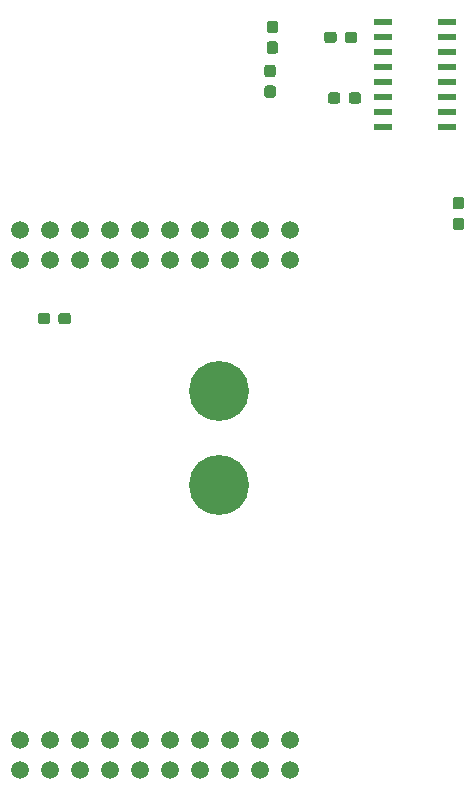
<source format=gbr>
G04 #@! TF.GenerationSoftware,KiCad,Pcbnew,(5.0.0)*
G04 #@! TF.CreationDate,2018-09-27T19:36:32-05:00*
G04 #@! TF.ProjectId,DriveBoard_Hardware,4472697665426F6172645F4861726477,rev?*
G04 #@! TF.SameCoordinates,Original*
G04 #@! TF.FileFunction,Paste,Top*
G04 #@! TF.FilePolarity,Positive*
%FSLAX46Y46*%
G04 Gerber Fmt 4.6, Leading zero omitted, Abs format (unit mm)*
G04 Created by KiCad (PCBNEW (5.0.0)) date 09/27/18 19:36:32*
%MOMM*%
%LPD*%
G01*
G04 APERTURE LIST*
%ADD10C,5.080000*%
%ADD11C,1.520000*%
%ADD12R,1.500000X0.600000*%
%ADD13C,0.100000*%
%ADD14C,0.950000*%
G04 APERTURE END LIST*
D10*
G04 #@! TO.C,Conn1*
X142519400Y-107951000D03*
X142519400Y-99950000D03*
G04 #@! TD*
D11*
G04 #@! TO.C,U1*
X125730000Y-132080000D03*
X148590000Y-86360000D03*
X146050000Y-86360000D03*
X138430000Y-86360000D03*
X135890000Y-129540000D03*
X140970000Y-86360000D03*
X143510000Y-86360000D03*
X140970000Y-132080000D03*
X146050000Y-129540000D03*
X135890000Y-86360000D03*
X133350000Y-86360000D03*
X146050000Y-132080000D03*
X140970000Y-129540000D03*
X138430000Y-129540000D03*
X125730000Y-129540000D03*
X128270000Y-129540000D03*
X130810000Y-129540000D03*
X133350000Y-129540000D03*
X143510000Y-129540000D03*
X148590000Y-129540000D03*
X128270000Y-132080000D03*
X130810000Y-132080000D03*
X133350000Y-132080000D03*
X135890000Y-132080000D03*
X138430000Y-132080000D03*
X143510000Y-132080000D03*
X148590000Y-132080000D03*
X125730000Y-88900000D03*
X128270000Y-88900000D03*
X130810000Y-88900000D03*
X133350000Y-88900000D03*
X135890000Y-88900000D03*
X138430000Y-88900000D03*
X140970000Y-88900000D03*
X143510000Y-88900000D03*
X146050000Y-88900000D03*
X148590000Y-88900000D03*
X125730000Y-86360000D03*
X128270000Y-86360000D03*
X130810000Y-86360000D03*
G04 #@! TD*
D12*
G04 #@! TO.C,U2*
X156461500Y-68770500D03*
X156461500Y-70040500D03*
X156461500Y-71310500D03*
X156461500Y-72580500D03*
X156461500Y-73850500D03*
X156461500Y-75120500D03*
X156461500Y-76390500D03*
X156461500Y-77660500D03*
X161861500Y-77660500D03*
X161861500Y-76390500D03*
X161861500Y-75120500D03*
X161861500Y-73850500D03*
X161861500Y-72580500D03*
X161861500Y-71310500D03*
X161861500Y-70040500D03*
X161861500Y-68770500D03*
G04 #@! TD*
D13*
G04 #@! TO.C,C1*
G36*
X154044279Y-69566644D02*
X154067334Y-69570063D01*
X154089943Y-69575727D01*
X154111887Y-69583579D01*
X154132957Y-69593544D01*
X154152948Y-69605526D01*
X154171668Y-69619410D01*
X154188938Y-69635062D01*
X154204590Y-69652332D01*
X154218474Y-69671052D01*
X154230456Y-69691043D01*
X154240421Y-69712113D01*
X154248273Y-69734057D01*
X154253937Y-69756666D01*
X154257356Y-69779721D01*
X154258500Y-69803000D01*
X154258500Y-70278000D01*
X154257356Y-70301279D01*
X154253937Y-70324334D01*
X154248273Y-70346943D01*
X154240421Y-70368887D01*
X154230456Y-70389957D01*
X154218474Y-70409948D01*
X154204590Y-70428668D01*
X154188938Y-70445938D01*
X154171668Y-70461590D01*
X154152948Y-70475474D01*
X154132957Y-70487456D01*
X154111887Y-70497421D01*
X154089943Y-70505273D01*
X154067334Y-70510937D01*
X154044279Y-70514356D01*
X154021000Y-70515500D01*
X153446000Y-70515500D01*
X153422721Y-70514356D01*
X153399666Y-70510937D01*
X153377057Y-70505273D01*
X153355113Y-70497421D01*
X153334043Y-70487456D01*
X153314052Y-70475474D01*
X153295332Y-70461590D01*
X153278062Y-70445938D01*
X153262410Y-70428668D01*
X153248526Y-70409948D01*
X153236544Y-70389957D01*
X153226579Y-70368887D01*
X153218727Y-70346943D01*
X153213063Y-70324334D01*
X153209644Y-70301279D01*
X153208500Y-70278000D01*
X153208500Y-69803000D01*
X153209644Y-69779721D01*
X153213063Y-69756666D01*
X153218727Y-69734057D01*
X153226579Y-69712113D01*
X153236544Y-69691043D01*
X153248526Y-69671052D01*
X153262410Y-69652332D01*
X153278062Y-69635062D01*
X153295332Y-69619410D01*
X153314052Y-69605526D01*
X153334043Y-69593544D01*
X153355113Y-69583579D01*
X153377057Y-69575727D01*
X153399666Y-69570063D01*
X153422721Y-69566644D01*
X153446000Y-69565500D01*
X154021000Y-69565500D01*
X154044279Y-69566644D01*
X154044279Y-69566644D01*
G37*
D14*
X153733500Y-70040500D03*
D13*
G36*
X152294279Y-69566644D02*
X152317334Y-69570063D01*
X152339943Y-69575727D01*
X152361887Y-69583579D01*
X152382957Y-69593544D01*
X152402948Y-69605526D01*
X152421668Y-69619410D01*
X152438938Y-69635062D01*
X152454590Y-69652332D01*
X152468474Y-69671052D01*
X152480456Y-69691043D01*
X152490421Y-69712113D01*
X152498273Y-69734057D01*
X152503937Y-69756666D01*
X152507356Y-69779721D01*
X152508500Y-69803000D01*
X152508500Y-70278000D01*
X152507356Y-70301279D01*
X152503937Y-70324334D01*
X152498273Y-70346943D01*
X152490421Y-70368887D01*
X152480456Y-70389957D01*
X152468474Y-70409948D01*
X152454590Y-70428668D01*
X152438938Y-70445938D01*
X152421668Y-70461590D01*
X152402948Y-70475474D01*
X152382957Y-70487456D01*
X152361887Y-70497421D01*
X152339943Y-70505273D01*
X152317334Y-70510937D01*
X152294279Y-70514356D01*
X152271000Y-70515500D01*
X151696000Y-70515500D01*
X151672721Y-70514356D01*
X151649666Y-70510937D01*
X151627057Y-70505273D01*
X151605113Y-70497421D01*
X151584043Y-70487456D01*
X151564052Y-70475474D01*
X151545332Y-70461590D01*
X151528062Y-70445938D01*
X151512410Y-70428668D01*
X151498526Y-70409948D01*
X151486544Y-70389957D01*
X151476579Y-70368887D01*
X151468727Y-70346943D01*
X151463063Y-70324334D01*
X151459644Y-70301279D01*
X151458500Y-70278000D01*
X151458500Y-69803000D01*
X151459644Y-69779721D01*
X151463063Y-69756666D01*
X151468727Y-69734057D01*
X151476579Y-69712113D01*
X151486544Y-69691043D01*
X151498526Y-69671052D01*
X151512410Y-69652332D01*
X151528062Y-69635062D01*
X151545332Y-69619410D01*
X151564052Y-69605526D01*
X151584043Y-69593544D01*
X151605113Y-69583579D01*
X151627057Y-69575727D01*
X151649666Y-69570063D01*
X151672721Y-69566644D01*
X151696000Y-69565500D01*
X152271000Y-69565500D01*
X152294279Y-69566644D01*
X152294279Y-69566644D01*
G37*
D14*
X151983500Y-70040500D03*
G04 #@! TD*
D13*
G04 #@! TO.C,C2*
G36*
X152611779Y-74710144D02*
X152634834Y-74713563D01*
X152657443Y-74719227D01*
X152679387Y-74727079D01*
X152700457Y-74737044D01*
X152720448Y-74749026D01*
X152739168Y-74762910D01*
X152756438Y-74778562D01*
X152772090Y-74795832D01*
X152785974Y-74814552D01*
X152797956Y-74834543D01*
X152807921Y-74855613D01*
X152815773Y-74877557D01*
X152821437Y-74900166D01*
X152824856Y-74923221D01*
X152826000Y-74946500D01*
X152826000Y-75421500D01*
X152824856Y-75444779D01*
X152821437Y-75467834D01*
X152815773Y-75490443D01*
X152807921Y-75512387D01*
X152797956Y-75533457D01*
X152785974Y-75553448D01*
X152772090Y-75572168D01*
X152756438Y-75589438D01*
X152739168Y-75605090D01*
X152720448Y-75618974D01*
X152700457Y-75630956D01*
X152679387Y-75640921D01*
X152657443Y-75648773D01*
X152634834Y-75654437D01*
X152611779Y-75657856D01*
X152588500Y-75659000D01*
X152013500Y-75659000D01*
X151990221Y-75657856D01*
X151967166Y-75654437D01*
X151944557Y-75648773D01*
X151922613Y-75640921D01*
X151901543Y-75630956D01*
X151881552Y-75618974D01*
X151862832Y-75605090D01*
X151845562Y-75589438D01*
X151829910Y-75572168D01*
X151816026Y-75553448D01*
X151804044Y-75533457D01*
X151794079Y-75512387D01*
X151786227Y-75490443D01*
X151780563Y-75467834D01*
X151777144Y-75444779D01*
X151776000Y-75421500D01*
X151776000Y-74946500D01*
X151777144Y-74923221D01*
X151780563Y-74900166D01*
X151786227Y-74877557D01*
X151794079Y-74855613D01*
X151804044Y-74834543D01*
X151816026Y-74814552D01*
X151829910Y-74795832D01*
X151845562Y-74778562D01*
X151862832Y-74762910D01*
X151881552Y-74749026D01*
X151901543Y-74737044D01*
X151922613Y-74727079D01*
X151944557Y-74719227D01*
X151967166Y-74713563D01*
X151990221Y-74710144D01*
X152013500Y-74709000D01*
X152588500Y-74709000D01*
X152611779Y-74710144D01*
X152611779Y-74710144D01*
G37*
D14*
X152301000Y-75184000D03*
D13*
G36*
X154361779Y-74710144D02*
X154384834Y-74713563D01*
X154407443Y-74719227D01*
X154429387Y-74727079D01*
X154450457Y-74737044D01*
X154470448Y-74749026D01*
X154489168Y-74762910D01*
X154506438Y-74778562D01*
X154522090Y-74795832D01*
X154535974Y-74814552D01*
X154547956Y-74834543D01*
X154557921Y-74855613D01*
X154565773Y-74877557D01*
X154571437Y-74900166D01*
X154574856Y-74923221D01*
X154576000Y-74946500D01*
X154576000Y-75421500D01*
X154574856Y-75444779D01*
X154571437Y-75467834D01*
X154565773Y-75490443D01*
X154557921Y-75512387D01*
X154547956Y-75533457D01*
X154535974Y-75553448D01*
X154522090Y-75572168D01*
X154506438Y-75589438D01*
X154489168Y-75605090D01*
X154470448Y-75618974D01*
X154450457Y-75630956D01*
X154429387Y-75640921D01*
X154407443Y-75648773D01*
X154384834Y-75654437D01*
X154361779Y-75657856D01*
X154338500Y-75659000D01*
X153763500Y-75659000D01*
X153740221Y-75657856D01*
X153717166Y-75654437D01*
X153694557Y-75648773D01*
X153672613Y-75640921D01*
X153651543Y-75630956D01*
X153631552Y-75618974D01*
X153612832Y-75605090D01*
X153595562Y-75589438D01*
X153579910Y-75572168D01*
X153566026Y-75553448D01*
X153554044Y-75533457D01*
X153544079Y-75512387D01*
X153536227Y-75490443D01*
X153530563Y-75467834D01*
X153527144Y-75444779D01*
X153526000Y-75421500D01*
X153526000Y-74946500D01*
X153527144Y-74923221D01*
X153530563Y-74900166D01*
X153536227Y-74877557D01*
X153544079Y-74855613D01*
X153554044Y-74834543D01*
X153566026Y-74814552D01*
X153579910Y-74795832D01*
X153595562Y-74778562D01*
X153612832Y-74762910D01*
X153631552Y-74749026D01*
X153651543Y-74737044D01*
X153672613Y-74727079D01*
X153694557Y-74719227D01*
X153717166Y-74713563D01*
X153740221Y-74710144D01*
X153763500Y-74709000D01*
X154338500Y-74709000D01*
X154361779Y-74710144D01*
X154361779Y-74710144D01*
G37*
D14*
X154051000Y-75184000D03*
G04 #@! TD*
D13*
G04 #@! TO.C,C3*
G36*
X129787279Y-93379144D02*
X129810334Y-93382563D01*
X129832943Y-93388227D01*
X129854887Y-93396079D01*
X129875957Y-93406044D01*
X129895948Y-93418026D01*
X129914668Y-93431910D01*
X129931938Y-93447562D01*
X129947590Y-93464832D01*
X129961474Y-93483552D01*
X129973456Y-93503543D01*
X129983421Y-93524613D01*
X129991273Y-93546557D01*
X129996937Y-93569166D01*
X130000356Y-93592221D01*
X130001500Y-93615500D01*
X130001500Y-94090500D01*
X130000356Y-94113779D01*
X129996937Y-94136834D01*
X129991273Y-94159443D01*
X129983421Y-94181387D01*
X129973456Y-94202457D01*
X129961474Y-94222448D01*
X129947590Y-94241168D01*
X129931938Y-94258438D01*
X129914668Y-94274090D01*
X129895948Y-94287974D01*
X129875957Y-94299956D01*
X129854887Y-94309921D01*
X129832943Y-94317773D01*
X129810334Y-94323437D01*
X129787279Y-94326856D01*
X129764000Y-94328000D01*
X129189000Y-94328000D01*
X129165721Y-94326856D01*
X129142666Y-94323437D01*
X129120057Y-94317773D01*
X129098113Y-94309921D01*
X129077043Y-94299956D01*
X129057052Y-94287974D01*
X129038332Y-94274090D01*
X129021062Y-94258438D01*
X129005410Y-94241168D01*
X128991526Y-94222448D01*
X128979544Y-94202457D01*
X128969579Y-94181387D01*
X128961727Y-94159443D01*
X128956063Y-94136834D01*
X128952644Y-94113779D01*
X128951500Y-94090500D01*
X128951500Y-93615500D01*
X128952644Y-93592221D01*
X128956063Y-93569166D01*
X128961727Y-93546557D01*
X128969579Y-93524613D01*
X128979544Y-93503543D01*
X128991526Y-93483552D01*
X129005410Y-93464832D01*
X129021062Y-93447562D01*
X129038332Y-93431910D01*
X129057052Y-93418026D01*
X129077043Y-93406044D01*
X129098113Y-93396079D01*
X129120057Y-93388227D01*
X129142666Y-93382563D01*
X129165721Y-93379144D01*
X129189000Y-93378000D01*
X129764000Y-93378000D01*
X129787279Y-93379144D01*
X129787279Y-93379144D01*
G37*
D14*
X129476500Y-93853000D03*
D13*
G36*
X128037279Y-93379144D02*
X128060334Y-93382563D01*
X128082943Y-93388227D01*
X128104887Y-93396079D01*
X128125957Y-93406044D01*
X128145948Y-93418026D01*
X128164668Y-93431910D01*
X128181938Y-93447562D01*
X128197590Y-93464832D01*
X128211474Y-93483552D01*
X128223456Y-93503543D01*
X128233421Y-93524613D01*
X128241273Y-93546557D01*
X128246937Y-93569166D01*
X128250356Y-93592221D01*
X128251500Y-93615500D01*
X128251500Y-94090500D01*
X128250356Y-94113779D01*
X128246937Y-94136834D01*
X128241273Y-94159443D01*
X128233421Y-94181387D01*
X128223456Y-94202457D01*
X128211474Y-94222448D01*
X128197590Y-94241168D01*
X128181938Y-94258438D01*
X128164668Y-94274090D01*
X128145948Y-94287974D01*
X128125957Y-94299956D01*
X128104887Y-94309921D01*
X128082943Y-94317773D01*
X128060334Y-94323437D01*
X128037279Y-94326856D01*
X128014000Y-94328000D01*
X127439000Y-94328000D01*
X127415721Y-94326856D01*
X127392666Y-94323437D01*
X127370057Y-94317773D01*
X127348113Y-94309921D01*
X127327043Y-94299956D01*
X127307052Y-94287974D01*
X127288332Y-94274090D01*
X127271062Y-94258438D01*
X127255410Y-94241168D01*
X127241526Y-94222448D01*
X127229544Y-94202457D01*
X127219579Y-94181387D01*
X127211727Y-94159443D01*
X127206063Y-94136834D01*
X127202644Y-94113779D01*
X127201500Y-94090500D01*
X127201500Y-93615500D01*
X127202644Y-93592221D01*
X127206063Y-93569166D01*
X127211727Y-93546557D01*
X127219579Y-93524613D01*
X127229544Y-93503543D01*
X127241526Y-93483552D01*
X127255410Y-93464832D01*
X127271062Y-93447562D01*
X127288332Y-93431910D01*
X127307052Y-93418026D01*
X127327043Y-93406044D01*
X127348113Y-93396079D01*
X127370057Y-93388227D01*
X127392666Y-93382563D01*
X127415721Y-93379144D01*
X127439000Y-93378000D01*
X128014000Y-93378000D01*
X128037279Y-93379144D01*
X128037279Y-93379144D01*
G37*
D14*
X127726500Y-93853000D03*
G04 #@! TD*
D13*
G04 #@! TO.C,C4*
G36*
X147326779Y-68641644D02*
X147349834Y-68645063D01*
X147372443Y-68650727D01*
X147394387Y-68658579D01*
X147415457Y-68668544D01*
X147435448Y-68680526D01*
X147454168Y-68694410D01*
X147471438Y-68710062D01*
X147487090Y-68727332D01*
X147500974Y-68746052D01*
X147512956Y-68766043D01*
X147522921Y-68787113D01*
X147530773Y-68809057D01*
X147536437Y-68831666D01*
X147539856Y-68854721D01*
X147541000Y-68878000D01*
X147541000Y-69453000D01*
X147539856Y-69476279D01*
X147536437Y-69499334D01*
X147530773Y-69521943D01*
X147522921Y-69543887D01*
X147512956Y-69564957D01*
X147500974Y-69584948D01*
X147487090Y-69603668D01*
X147471438Y-69620938D01*
X147454168Y-69636590D01*
X147435448Y-69650474D01*
X147415457Y-69662456D01*
X147394387Y-69672421D01*
X147372443Y-69680273D01*
X147349834Y-69685937D01*
X147326779Y-69689356D01*
X147303500Y-69690500D01*
X146828500Y-69690500D01*
X146805221Y-69689356D01*
X146782166Y-69685937D01*
X146759557Y-69680273D01*
X146737613Y-69672421D01*
X146716543Y-69662456D01*
X146696552Y-69650474D01*
X146677832Y-69636590D01*
X146660562Y-69620938D01*
X146644910Y-69603668D01*
X146631026Y-69584948D01*
X146619044Y-69564957D01*
X146609079Y-69543887D01*
X146601227Y-69521943D01*
X146595563Y-69499334D01*
X146592144Y-69476279D01*
X146591000Y-69453000D01*
X146591000Y-68878000D01*
X146592144Y-68854721D01*
X146595563Y-68831666D01*
X146601227Y-68809057D01*
X146609079Y-68787113D01*
X146619044Y-68766043D01*
X146631026Y-68746052D01*
X146644910Y-68727332D01*
X146660562Y-68710062D01*
X146677832Y-68694410D01*
X146696552Y-68680526D01*
X146716543Y-68668544D01*
X146737613Y-68658579D01*
X146759557Y-68650727D01*
X146782166Y-68645063D01*
X146805221Y-68641644D01*
X146828500Y-68640500D01*
X147303500Y-68640500D01*
X147326779Y-68641644D01*
X147326779Y-68641644D01*
G37*
D14*
X147066000Y-69165500D03*
D13*
G36*
X147326779Y-70391644D02*
X147349834Y-70395063D01*
X147372443Y-70400727D01*
X147394387Y-70408579D01*
X147415457Y-70418544D01*
X147435448Y-70430526D01*
X147454168Y-70444410D01*
X147471438Y-70460062D01*
X147487090Y-70477332D01*
X147500974Y-70496052D01*
X147512956Y-70516043D01*
X147522921Y-70537113D01*
X147530773Y-70559057D01*
X147536437Y-70581666D01*
X147539856Y-70604721D01*
X147541000Y-70628000D01*
X147541000Y-71203000D01*
X147539856Y-71226279D01*
X147536437Y-71249334D01*
X147530773Y-71271943D01*
X147522921Y-71293887D01*
X147512956Y-71314957D01*
X147500974Y-71334948D01*
X147487090Y-71353668D01*
X147471438Y-71370938D01*
X147454168Y-71386590D01*
X147435448Y-71400474D01*
X147415457Y-71412456D01*
X147394387Y-71422421D01*
X147372443Y-71430273D01*
X147349834Y-71435937D01*
X147326779Y-71439356D01*
X147303500Y-71440500D01*
X146828500Y-71440500D01*
X146805221Y-71439356D01*
X146782166Y-71435937D01*
X146759557Y-71430273D01*
X146737613Y-71422421D01*
X146716543Y-71412456D01*
X146696552Y-71400474D01*
X146677832Y-71386590D01*
X146660562Y-71370938D01*
X146644910Y-71353668D01*
X146631026Y-71334948D01*
X146619044Y-71314957D01*
X146609079Y-71293887D01*
X146601227Y-71271943D01*
X146595563Y-71249334D01*
X146592144Y-71226279D01*
X146591000Y-71203000D01*
X146591000Y-70628000D01*
X146592144Y-70604721D01*
X146595563Y-70581666D01*
X146601227Y-70559057D01*
X146609079Y-70537113D01*
X146619044Y-70516043D01*
X146631026Y-70496052D01*
X146644910Y-70477332D01*
X146660562Y-70460062D01*
X146677832Y-70444410D01*
X146696552Y-70430526D01*
X146716543Y-70418544D01*
X146737613Y-70408579D01*
X146759557Y-70400727D01*
X146782166Y-70395063D01*
X146805221Y-70391644D01*
X146828500Y-70390500D01*
X147303500Y-70390500D01*
X147326779Y-70391644D01*
X147326779Y-70391644D01*
G37*
D14*
X147066000Y-70915500D03*
G04 #@! TD*
D13*
G04 #@! TO.C,C5*
G36*
X147136279Y-74124144D02*
X147159334Y-74127563D01*
X147181943Y-74133227D01*
X147203887Y-74141079D01*
X147224957Y-74151044D01*
X147244948Y-74163026D01*
X147263668Y-74176910D01*
X147280938Y-74192562D01*
X147296590Y-74209832D01*
X147310474Y-74228552D01*
X147322456Y-74248543D01*
X147332421Y-74269613D01*
X147340273Y-74291557D01*
X147345937Y-74314166D01*
X147349356Y-74337221D01*
X147350500Y-74360500D01*
X147350500Y-74935500D01*
X147349356Y-74958779D01*
X147345937Y-74981834D01*
X147340273Y-75004443D01*
X147332421Y-75026387D01*
X147322456Y-75047457D01*
X147310474Y-75067448D01*
X147296590Y-75086168D01*
X147280938Y-75103438D01*
X147263668Y-75119090D01*
X147244948Y-75132974D01*
X147224957Y-75144956D01*
X147203887Y-75154921D01*
X147181943Y-75162773D01*
X147159334Y-75168437D01*
X147136279Y-75171856D01*
X147113000Y-75173000D01*
X146638000Y-75173000D01*
X146614721Y-75171856D01*
X146591666Y-75168437D01*
X146569057Y-75162773D01*
X146547113Y-75154921D01*
X146526043Y-75144956D01*
X146506052Y-75132974D01*
X146487332Y-75119090D01*
X146470062Y-75103438D01*
X146454410Y-75086168D01*
X146440526Y-75067448D01*
X146428544Y-75047457D01*
X146418579Y-75026387D01*
X146410727Y-75004443D01*
X146405063Y-74981834D01*
X146401644Y-74958779D01*
X146400500Y-74935500D01*
X146400500Y-74360500D01*
X146401644Y-74337221D01*
X146405063Y-74314166D01*
X146410727Y-74291557D01*
X146418579Y-74269613D01*
X146428544Y-74248543D01*
X146440526Y-74228552D01*
X146454410Y-74209832D01*
X146470062Y-74192562D01*
X146487332Y-74176910D01*
X146506052Y-74163026D01*
X146526043Y-74151044D01*
X146547113Y-74141079D01*
X146569057Y-74133227D01*
X146591666Y-74127563D01*
X146614721Y-74124144D01*
X146638000Y-74123000D01*
X147113000Y-74123000D01*
X147136279Y-74124144D01*
X147136279Y-74124144D01*
G37*
D14*
X146875500Y-74648000D03*
D13*
G36*
X147136279Y-72374144D02*
X147159334Y-72377563D01*
X147181943Y-72383227D01*
X147203887Y-72391079D01*
X147224957Y-72401044D01*
X147244948Y-72413026D01*
X147263668Y-72426910D01*
X147280938Y-72442562D01*
X147296590Y-72459832D01*
X147310474Y-72478552D01*
X147322456Y-72498543D01*
X147332421Y-72519613D01*
X147340273Y-72541557D01*
X147345937Y-72564166D01*
X147349356Y-72587221D01*
X147350500Y-72610500D01*
X147350500Y-73185500D01*
X147349356Y-73208779D01*
X147345937Y-73231834D01*
X147340273Y-73254443D01*
X147332421Y-73276387D01*
X147322456Y-73297457D01*
X147310474Y-73317448D01*
X147296590Y-73336168D01*
X147280938Y-73353438D01*
X147263668Y-73369090D01*
X147244948Y-73382974D01*
X147224957Y-73394956D01*
X147203887Y-73404921D01*
X147181943Y-73412773D01*
X147159334Y-73418437D01*
X147136279Y-73421856D01*
X147113000Y-73423000D01*
X146638000Y-73423000D01*
X146614721Y-73421856D01*
X146591666Y-73418437D01*
X146569057Y-73412773D01*
X146547113Y-73404921D01*
X146526043Y-73394956D01*
X146506052Y-73382974D01*
X146487332Y-73369090D01*
X146470062Y-73353438D01*
X146454410Y-73336168D01*
X146440526Y-73317448D01*
X146428544Y-73297457D01*
X146418579Y-73276387D01*
X146410727Y-73254443D01*
X146405063Y-73231834D01*
X146401644Y-73208779D01*
X146400500Y-73185500D01*
X146400500Y-72610500D01*
X146401644Y-72587221D01*
X146405063Y-72564166D01*
X146410727Y-72541557D01*
X146418579Y-72519613D01*
X146428544Y-72498543D01*
X146440526Y-72478552D01*
X146454410Y-72459832D01*
X146470062Y-72442562D01*
X146487332Y-72426910D01*
X146506052Y-72413026D01*
X146526043Y-72401044D01*
X146547113Y-72391079D01*
X146569057Y-72383227D01*
X146591666Y-72377563D01*
X146614721Y-72374144D01*
X146638000Y-72373000D01*
X147113000Y-72373000D01*
X147136279Y-72374144D01*
X147136279Y-72374144D01*
G37*
D14*
X146875500Y-72898000D03*
G04 #@! TD*
D13*
G04 #@! TO.C,C6*
G36*
X163074779Y-85314144D02*
X163097834Y-85317563D01*
X163120443Y-85323227D01*
X163142387Y-85331079D01*
X163163457Y-85341044D01*
X163183448Y-85353026D01*
X163202168Y-85366910D01*
X163219438Y-85382562D01*
X163235090Y-85399832D01*
X163248974Y-85418552D01*
X163260956Y-85438543D01*
X163270921Y-85459613D01*
X163278773Y-85481557D01*
X163284437Y-85504166D01*
X163287856Y-85527221D01*
X163289000Y-85550500D01*
X163289000Y-86125500D01*
X163287856Y-86148779D01*
X163284437Y-86171834D01*
X163278773Y-86194443D01*
X163270921Y-86216387D01*
X163260956Y-86237457D01*
X163248974Y-86257448D01*
X163235090Y-86276168D01*
X163219438Y-86293438D01*
X163202168Y-86309090D01*
X163183448Y-86322974D01*
X163163457Y-86334956D01*
X163142387Y-86344921D01*
X163120443Y-86352773D01*
X163097834Y-86358437D01*
X163074779Y-86361856D01*
X163051500Y-86363000D01*
X162576500Y-86363000D01*
X162553221Y-86361856D01*
X162530166Y-86358437D01*
X162507557Y-86352773D01*
X162485613Y-86344921D01*
X162464543Y-86334956D01*
X162444552Y-86322974D01*
X162425832Y-86309090D01*
X162408562Y-86293438D01*
X162392910Y-86276168D01*
X162379026Y-86257448D01*
X162367044Y-86237457D01*
X162357079Y-86216387D01*
X162349227Y-86194443D01*
X162343563Y-86171834D01*
X162340144Y-86148779D01*
X162339000Y-86125500D01*
X162339000Y-85550500D01*
X162340144Y-85527221D01*
X162343563Y-85504166D01*
X162349227Y-85481557D01*
X162357079Y-85459613D01*
X162367044Y-85438543D01*
X162379026Y-85418552D01*
X162392910Y-85399832D01*
X162408562Y-85382562D01*
X162425832Y-85366910D01*
X162444552Y-85353026D01*
X162464543Y-85341044D01*
X162485613Y-85331079D01*
X162507557Y-85323227D01*
X162530166Y-85317563D01*
X162553221Y-85314144D01*
X162576500Y-85313000D01*
X163051500Y-85313000D01*
X163074779Y-85314144D01*
X163074779Y-85314144D01*
G37*
D14*
X162814000Y-85838000D03*
D13*
G36*
X163074779Y-83564144D02*
X163097834Y-83567563D01*
X163120443Y-83573227D01*
X163142387Y-83581079D01*
X163163457Y-83591044D01*
X163183448Y-83603026D01*
X163202168Y-83616910D01*
X163219438Y-83632562D01*
X163235090Y-83649832D01*
X163248974Y-83668552D01*
X163260956Y-83688543D01*
X163270921Y-83709613D01*
X163278773Y-83731557D01*
X163284437Y-83754166D01*
X163287856Y-83777221D01*
X163289000Y-83800500D01*
X163289000Y-84375500D01*
X163287856Y-84398779D01*
X163284437Y-84421834D01*
X163278773Y-84444443D01*
X163270921Y-84466387D01*
X163260956Y-84487457D01*
X163248974Y-84507448D01*
X163235090Y-84526168D01*
X163219438Y-84543438D01*
X163202168Y-84559090D01*
X163183448Y-84572974D01*
X163163457Y-84584956D01*
X163142387Y-84594921D01*
X163120443Y-84602773D01*
X163097834Y-84608437D01*
X163074779Y-84611856D01*
X163051500Y-84613000D01*
X162576500Y-84613000D01*
X162553221Y-84611856D01*
X162530166Y-84608437D01*
X162507557Y-84602773D01*
X162485613Y-84594921D01*
X162464543Y-84584956D01*
X162444552Y-84572974D01*
X162425832Y-84559090D01*
X162408562Y-84543438D01*
X162392910Y-84526168D01*
X162379026Y-84507448D01*
X162367044Y-84487457D01*
X162357079Y-84466387D01*
X162349227Y-84444443D01*
X162343563Y-84421834D01*
X162340144Y-84398779D01*
X162339000Y-84375500D01*
X162339000Y-83800500D01*
X162340144Y-83777221D01*
X162343563Y-83754166D01*
X162349227Y-83731557D01*
X162357079Y-83709613D01*
X162367044Y-83688543D01*
X162379026Y-83668552D01*
X162392910Y-83649832D01*
X162408562Y-83632562D01*
X162425832Y-83616910D01*
X162444552Y-83603026D01*
X162464543Y-83591044D01*
X162485613Y-83581079D01*
X162507557Y-83573227D01*
X162530166Y-83567563D01*
X162553221Y-83564144D01*
X162576500Y-83563000D01*
X163051500Y-83563000D01*
X163074779Y-83564144D01*
X163074779Y-83564144D01*
G37*
D14*
X162814000Y-84088000D03*
G04 #@! TD*
M02*

</source>
